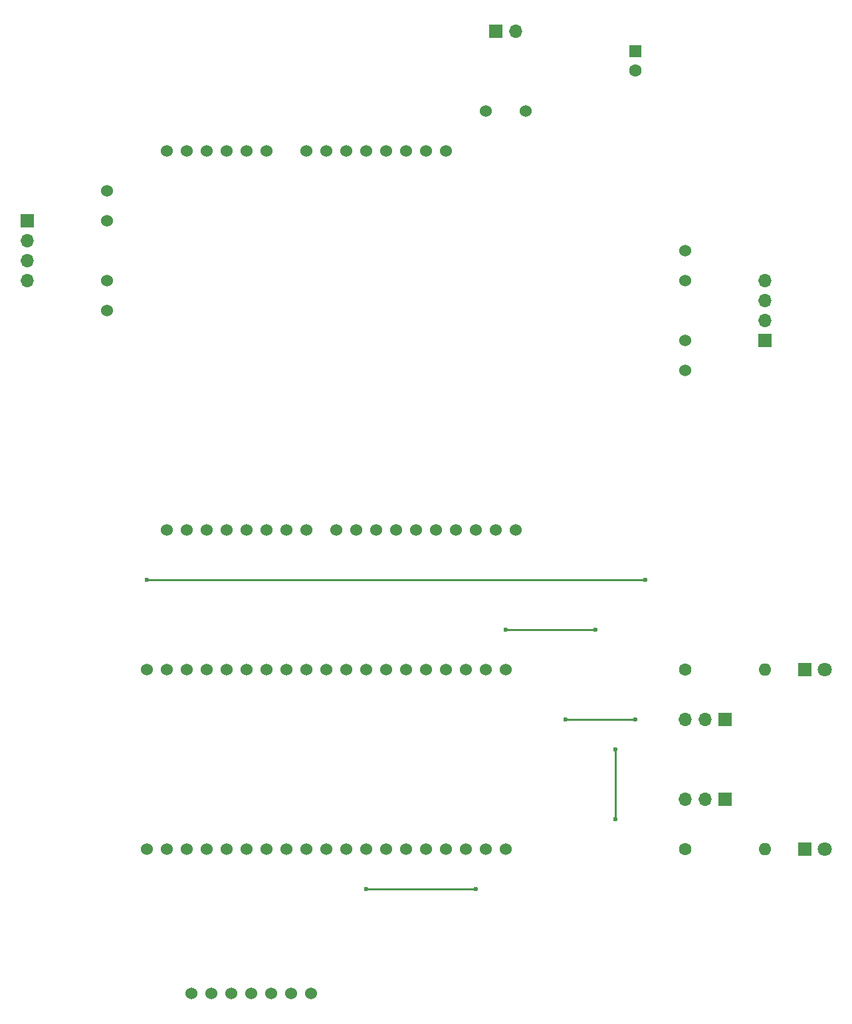
<source format=gbr>
G04 #@! TF.FileFunction,Copper,L1,Top,Signal*
%FSLAX46Y46*%
G04 Gerber Fmt 4.6, Leading zero omitted, Abs format (unit mm)*
G04 Created by KiCad (PCBNEW 4.0.7) date 04/17/18 22:05:50*
%MOMM*%
%LPD*%
G01*
G04 APERTURE LIST*
%ADD10C,0.100000*%
%ADD11R,1.600000X1.600000*%
%ADD12C,1.600000*%
%ADD13R,1.800000X1.800000*%
%ADD14C,1.800000*%
%ADD15C,1.524000*%
%ADD16R,1.700000X1.700000*%
%ADD17O,1.700000X1.700000*%
%ADD18O,1.600000X1.600000*%
%ADD19C,0.600000*%
%ADD20C,0.250000*%
G04 APERTURE END LIST*
D10*
D11*
X95250000Y-20320000D03*
D12*
X95250000Y-22820000D03*
D13*
X116840000Y-121920000D03*
D14*
X119380000Y-121920000D03*
D13*
X116840000Y-99060000D03*
D14*
X119380000Y-99060000D03*
D15*
X35560000Y-33020000D03*
X38100000Y-33020000D03*
X40640000Y-33020000D03*
X43180000Y-33020000D03*
X45720000Y-33020000D03*
X48260000Y-33020000D03*
X53340000Y-33020000D03*
X55880000Y-33020000D03*
X58420000Y-33020000D03*
X60960000Y-33020000D03*
X63500000Y-33020000D03*
X66040000Y-33020000D03*
X68580000Y-33020000D03*
X71120000Y-33020000D03*
X35560000Y-81280000D03*
X38100000Y-81280000D03*
X40640000Y-81280000D03*
X43180000Y-81280000D03*
X45720000Y-81280000D03*
X48260000Y-81280000D03*
X50800000Y-81280000D03*
X53340000Y-81280000D03*
X57150000Y-81280000D03*
X59690000Y-81280000D03*
X62230000Y-81280000D03*
X64770000Y-81280000D03*
X67310000Y-81280000D03*
X69850000Y-81280000D03*
X72390000Y-81280000D03*
X74930000Y-81280000D03*
X77470000Y-81280000D03*
X80010000Y-81280000D03*
X27940000Y-38100000D03*
X27940000Y-41910000D03*
X27940000Y-49530000D03*
X27940000Y-53340000D03*
X101600000Y-45720000D03*
X101600000Y-49530000D03*
X101600000Y-57150000D03*
X101600000Y-60960000D03*
X76200000Y-27940000D03*
X81280000Y-27940000D03*
X78740000Y-99060000D03*
X76200000Y-99060000D03*
X73660000Y-99060000D03*
X71120000Y-99060000D03*
X68580000Y-99060000D03*
X66040000Y-99060000D03*
X63500000Y-99060000D03*
X60960000Y-99060000D03*
X58420000Y-99060000D03*
X55880000Y-99060000D03*
X53340000Y-99060000D03*
X50800000Y-99060000D03*
X48260000Y-99060000D03*
X45720000Y-99060000D03*
X43180000Y-99060000D03*
X40640000Y-99060000D03*
X38100000Y-99060000D03*
X35560000Y-99060000D03*
X33020000Y-99060000D03*
X33020000Y-121920000D03*
X35560000Y-121920000D03*
X38100000Y-121920000D03*
X40640000Y-121920000D03*
X43180000Y-121920000D03*
X45720000Y-121920000D03*
X48260000Y-121920000D03*
X50800000Y-121920000D03*
X53340000Y-121920000D03*
X55880000Y-121920000D03*
X58420000Y-121920000D03*
X60960000Y-121920000D03*
X63500000Y-121920000D03*
X66040000Y-121920000D03*
X68580000Y-121920000D03*
X71120000Y-121920000D03*
X73660000Y-121920000D03*
X76200000Y-121920000D03*
X78740000Y-121920000D03*
D16*
X77470000Y-17780000D03*
D17*
X80010000Y-17780000D03*
D16*
X111760000Y-57150000D03*
D17*
X111760000Y-54610000D03*
X111760000Y-52070000D03*
X111760000Y-49530000D03*
D16*
X17780000Y-41910000D03*
D17*
X17780000Y-44450000D03*
X17780000Y-46990000D03*
X17780000Y-49530000D03*
D16*
X106680000Y-115570000D03*
D17*
X104140000Y-115570000D03*
X101600000Y-115570000D03*
D16*
X106680000Y-105410000D03*
D17*
X104140000Y-105410000D03*
X101600000Y-105410000D03*
D12*
X101600000Y-121920000D03*
D18*
X111760000Y-121920000D03*
D12*
X101600000Y-99060000D03*
D18*
X111760000Y-99060000D03*
D15*
X53975000Y-140335000D03*
X51435000Y-140335000D03*
X48895000Y-140335000D03*
X46355000Y-140335000D03*
X43815000Y-140335000D03*
X41275000Y-140335000D03*
X38735000Y-140335000D03*
D19*
X33020000Y-87630000D03*
X96520000Y-87630000D03*
X78740000Y-93980000D03*
X92710000Y-118110000D03*
X92710000Y-109220000D03*
X90170000Y-93980000D03*
X60960000Y-127000000D03*
X74930000Y-127000000D03*
X86360000Y-105410000D03*
X95250000Y-105410000D03*
D20*
X96520000Y-87630000D02*
X91440000Y-87630000D01*
X33020000Y-87630000D02*
X91440000Y-87630000D01*
X92710000Y-109220000D02*
X92710000Y-118110000D01*
X90170000Y-93980000D02*
X78740000Y-93980000D01*
X74930000Y-127000000D02*
X60960000Y-127000000D01*
X95250000Y-105410000D02*
X86360000Y-105410000D01*
M02*

</source>
